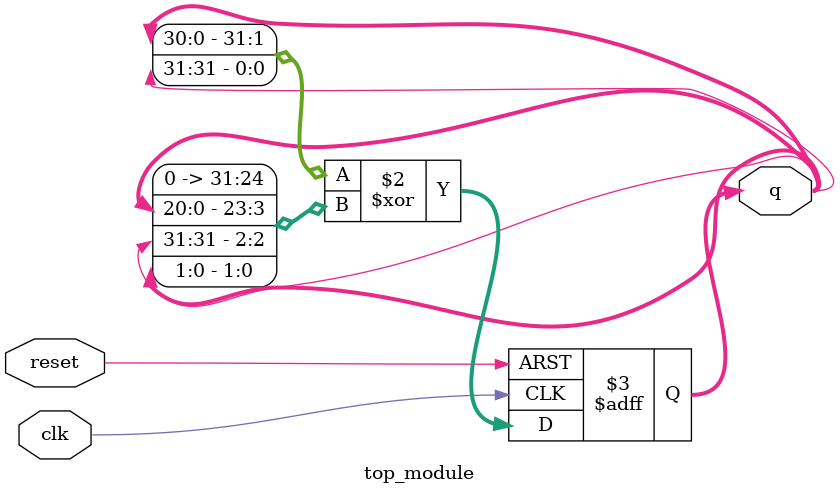
<source format=sv>
module top_module(
  input clk,
  input reset,
  output reg [31:0] q
);

  always @(posedge clk or posedge reset) begin
    if (reset)
      q <= 32'h1;
    else begin
      q <= {q[30:0], q[31]} ^ {q[20:0], q[31], q[1], q[0]};
    end
  end

endmodule

</source>
